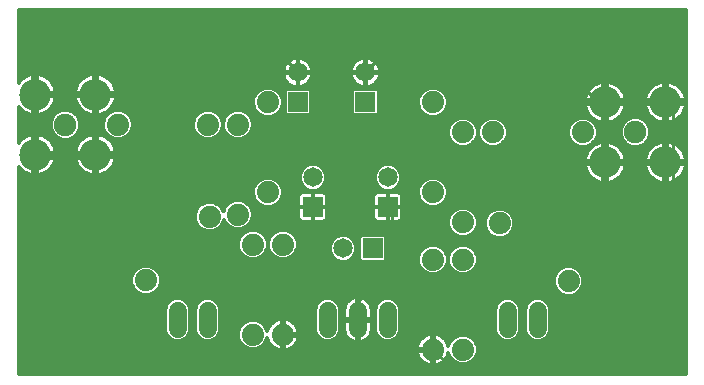
<source format=gbl>
G75*
%MOIN*%
%OFA0B0*%
%FSLAX25Y25*%
%IPPOS*%
%LPD*%
%AMOC8*
5,1,8,0,0,1.08239X$1,22.5*
%
%ADD10R,0.06500X0.06500*%
%ADD11C,0.06500*%
%ADD12C,0.07400*%
%ADD13C,0.07500*%
%ADD14C,0.10500*%
%ADD15C,0.05937*%
%ADD16C,0.16000*%
%ADD17C,0.01000*%
%ADD18C,0.01200*%
D10*
X0101600Y0059179D03*
X0121521Y0045350D03*
X0126600Y0059179D03*
X0119100Y0094179D03*
X0096600Y0094179D03*
D11*
X0096600Y0104021D03*
X0119100Y0104021D03*
X0126600Y0069021D03*
X0101600Y0069021D03*
X0111679Y0045350D03*
D12*
X0091600Y0046600D03*
X0081600Y0046600D03*
X0067207Y0055957D03*
X0076600Y0056600D03*
X0086600Y0064100D03*
X0076600Y0086600D03*
X0066600Y0086600D03*
X0086600Y0094100D03*
X0036600Y0086600D03*
X0045993Y0034743D03*
X0081600Y0016600D03*
X0091600Y0016600D03*
X0141600Y0011600D03*
X0151600Y0011600D03*
X0186857Y0034478D03*
X0163843Y0053722D03*
X0151600Y0054100D03*
X0141600Y0064100D03*
X0151600Y0084100D03*
X0161600Y0084100D03*
X0141600Y0094100D03*
X0191600Y0084100D03*
X0151600Y0041600D03*
X0141600Y0041600D03*
D13*
X0209100Y0084100D03*
X0019100Y0086600D03*
D14*
X0009061Y0076561D03*
X0029139Y0076561D03*
X0029139Y0096639D03*
X0009061Y0096639D03*
X0199061Y0094139D03*
X0219139Y0094139D03*
X0219139Y0074061D03*
X0199061Y0074061D03*
D15*
X0176600Y0024569D02*
X0176600Y0018631D01*
X0166600Y0018631D02*
X0166600Y0024569D01*
X0126600Y0024569D02*
X0126600Y0018631D01*
X0116600Y0018631D02*
X0116600Y0024569D01*
X0106600Y0024569D02*
X0106600Y0018631D01*
X0066600Y0018631D02*
X0066600Y0024569D01*
X0056600Y0024569D02*
X0056600Y0018631D01*
D16*
X0019317Y0015380D03*
X0058687Y0113805D03*
X0176797Y0113805D03*
X0216167Y0015380D03*
D17*
X0221600Y0020350D02*
X0206600Y0005350D01*
X0147850Y0005350D01*
X0141600Y0011600D01*
X0116600Y0011600D01*
X0091600Y0011600D01*
X0091600Y0016600D01*
X0091600Y0011600D02*
X0087850Y0011600D01*
X0085350Y0009100D01*
X0025350Y0009100D01*
X0009100Y0025350D01*
X0009100Y0075350D01*
X0009100Y0076600D02*
X0010350Y0075350D01*
X0029100Y0075350D01*
X0009100Y0076600D02*
X0009100Y0096600D01*
X0041600Y0096600D01*
X0059100Y0114100D01*
X0086600Y0114100D01*
X0096600Y0104100D01*
X0119100Y0104100D01*
X0129100Y0114100D01*
X0176600Y0114100D01*
X0196600Y0094100D01*
X0221600Y0094100D01*
X0221600Y0074100D01*
X0221600Y0020350D01*
X0127850Y0039100D02*
X0127850Y0057850D01*
X0126600Y0059100D01*
X0101600Y0059100D01*
X0127850Y0039100D02*
X0116600Y0027850D01*
X0116600Y0021600D01*
X0116600Y0011600D01*
X0201600Y0074100D02*
X0221600Y0074100D01*
D18*
X0003500Y0072556D02*
X0003500Y0003500D01*
X0225950Y0003500D01*
X0225950Y0073316D01*
X0225872Y0072722D01*
X0225639Y0071854D01*
X0225296Y0071025D01*
X0224847Y0070247D01*
X0224300Y0069535D01*
X0223665Y0068900D01*
X0222953Y0068353D01*
X0222175Y0067904D01*
X0221346Y0067561D01*
X0220478Y0067328D01*
X0219739Y0067231D01*
X0219739Y0073461D01*
X0219739Y0074661D01*
X0225950Y0074661D01*
X0225950Y0073461D01*
X0219739Y0073461D01*
X0218539Y0073461D01*
X0218539Y0067231D01*
X0217800Y0067328D01*
X0216932Y0067561D01*
X0216103Y0067904D01*
X0215325Y0068353D01*
X0214613Y0068900D01*
X0213978Y0069535D01*
X0213431Y0070247D01*
X0212982Y0071025D01*
X0212639Y0071854D01*
X0212406Y0072722D01*
X0212309Y0073461D01*
X0218539Y0073461D01*
X0218539Y0074661D01*
X0218539Y0080891D01*
X0217800Y0080794D01*
X0216932Y0080561D01*
X0216103Y0080218D01*
X0215325Y0079769D01*
X0214613Y0079222D01*
X0213978Y0078587D01*
X0213431Y0077875D01*
X0212982Y0077097D01*
X0212639Y0076268D01*
X0212406Y0075400D01*
X0212309Y0074661D01*
X0218539Y0074661D01*
X0219739Y0074661D01*
X0219739Y0080891D01*
X0220478Y0080794D01*
X0221346Y0080561D01*
X0222175Y0080218D01*
X0222953Y0079769D01*
X0223665Y0079222D01*
X0224300Y0078587D01*
X0224847Y0077875D01*
X0225296Y0077097D01*
X0225639Y0076268D01*
X0225872Y0075400D01*
X0225950Y0074806D01*
X0225950Y0093394D01*
X0225872Y0092800D01*
X0225639Y0091932D01*
X0225296Y0091103D01*
X0224847Y0090325D01*
X0224300Y0089613D01*
X0223665Y0088978D01*
X0222953Y0088431D01*
X0222175Y0087982D01*
X0221346Y0087639D01*
X0220478Y0087406D01*
X0219739Y0087309D01*
X0219739Y0093539D01*
X0219739Y0094739D01*
X0218539Y0094739D01*
X0218539Y0100969D01*
X0217800Y0100872D01*
X0216932Y0100639D01*
X0216103Y0100296D01*
X0215325Y0099847D01*
X0214613Y0099300D01*
X0213978Y0098665D01*
X0213431Y0097953D01*
X0212982Y0097175D01*
X0212639Y0096346D01*
X0212406Y0095478D01*
X0212309Y0094739D01*
X0218539Y0094739D01*
X0218539Y0093539D01*
X0219739Y0093539D01*
X0225950Y0093539D01*
X0225950Y0094739D01*
X0219739Y0094739D01*
X0219739Y0100969D01*
X0220478Y0100872D01*
X0221346Y0100639D01*
X0222175Y0100296D01*
X0222953Y0099847D01*
X0223665Y0099300D01*
X0224300Y0098665D01*
X0224847Y0097953D01*
X0225296Y0097175D01*
X0225639Y0096346D01*
X0225872Y0095478D01*
X0225950Y0094884D01*
X0225950Y0124700D01*
X0003500Y0124700D01*
X0003500Y0100644D01*
X0003900Y0101165D01*
X0004535Y0101800D01*
X0005247Y0102347D01*
X0006025Y0102796D01*
X0006854Y0103139D01*
X0007722Y0103372D01*
X0008461Y0103469D01*
X0008461Y0097239D01*
X0009661Y0097239D01*
X0009661Y0103469D01*
X0010400Y0103372D01*
X0011268Y0103139D01*
X0012097Y0102796D01*
X0012875Y0102347D01*
X0013587Y0101800D01*
X0014222Y0101165D01*
X0014769Y0100453D01*
X0015218Y0099675D01*
X0015561Y0098846D01*
X0015794Y0097978D01*
X0015891Y0097239D01*
X0009661Y0097239D01*
X0009661Y0096039D01*
X0015891Y0096039D01*
X0015794Y0095300D01*
X0015561Y0094432D01*
X0015218Y0093603D01*
X0014769Y0092825D01*
X0014222Y0092113D01*
X0013587Y0091478D01*
X0012875Y0090931D01*
X0012097Y0090482D01*
X0011268Y0090139D01*
X0010400Y0089906D01*
X0009661Y0089809D01*
X0009661Y0096039D01*
X0008461Y0096039D01*
X0008461Y0089809D01*
X0007722Y0089906D01*
X0006854Y0090139D01*
X0006025Y0090482D01*
X0005247Y0090931D01*
X0004535Y0091478D01*
X0003900Y0092113D01*
X0003500Y0092634D01*
X0003500Y0080566D01*
X0003900Y0081087D01*
X0004535Y0081722D01*
X0005247Y0082269D01*
X0006025Y0082718D01*
X0006854Y0083061D01*
X0007722Y0083294D01*
X0008461Y0083391D01*
X0008461Y0077161D01*
X0009661Y0077161D01*
X0009661Y0083391D01*
X0010400Y0083294D01*
X0011268Y0083061D01*
X0012097Y0082718D01*
X0012875Y0082269D01*
X0013587Y0081722D01*
X0014222Y0081087D01*
X0014769Y0080375D01*
X0015218Y0079597D01*
X0015561Y0078768D01*
X0015794Y0077900D01*
X0015891Y0077161D01*
X0009661Y0077161D01*
X0009661Y0075961D01*
X0009661Y0069731D01*
X0010400Y0069828D01*
X0011268Y0070061D01*
X0012097Y0070404D01*
X0012875Y0070853D01*
X0013587Y0071400D01*
X0014222Y0072035D01*
X0014769Y0072747D01*
X0015218Y0073525D01*
X0015561Y0074354D01*
X0015794Y0075222D01*
X0015891Y0075961D01*
X0009661Y0075961D01*
X0008461Y0075961D01*
X0008461Y0069731D01*
X0007722Y0069828D01*
X0006854Y0070061D01*
X0006025Y0070404D01*
X0005247Y0070853D01*
X0004535Y0071400D01*
X0003900Y0072035D01*
X0003500Y0072556D01*
X0003500Y0072312D02*
X0003687Y0072312D01*
X0003500Y0071114D02*
X0004908Y0071114D01*
X0003500Y0069915D02*
X0007397Y0069915D01*
X0008461Y0069915D02*
X0009661Y0069915D01*
X0010725Y0069915D02*
X0027475Y0069915D01*
X0027800Y0069828D02*
X0026932Y0070061D01*
X0026103Y0070404D01*
X0025325Y0070853D01*
X0024613Y0071400D01*
X0023978Y0072035D01*
X0023431Y0072747D01*
X0022982Y0073525D01*
X0022639Y0074354D01*
X0022406Y0075222D01*
X0022309Y0075961D01*
X0028539Y0075961D01*
X0029739Y0075961D01*
X0029739Y0077161D01*
X0035969Y0077161D01*
X0035872Y0077900D01*
X0035639Y0078768D01*
X0035296Y0079597D01*
X0034847Y0080375D01*
X0034300Y0081087D01*
X0033665Y0081722D01*
X0032953Y0082269D01*
X0032175Y0082718D01*
X0031346Y0083061D01*
X0030478Y0083294D01*
X0029739Y0083391D01*
X0029739Y0077161D01*
X0028539Y0077161D01*
X0028539Y0083391D01*
X0027800Y0083294D01*
X0026932Y0083061D01*
X0026103Y0082718D01*
X0025325Y0082269D01*
X0024613Y0081722D01*
X0023978Y0081087D01*
X0023431Y0080375D01*
X0022982Y0079597D01*
X0022639Y0078768D01*
X0022406Y0077900D01*
X0022309Y0077161D01*
X0028539Y0077161D01*
X0028539Y0075961D01*
X0028539Y0069731D01*
X0027800Y0069828D01*
X0028539Y0069915D02*
X0029739Y0069915D01*
X0029739Y0069731D02*
X0030478Y0069828D01*
X0031346Y0070061D01*
X0032175Y0070404D01*
X0032953Y0070853D01*
X0033665Y0071400D01*
X0034300Y0072035D01*
X0034847Y0072747D01*
X0035296Y0073525D01*
X0035639Y0074354D01*
X0035872Y0075222D01*
X0035969Y0075961D01*
X0029739Y0075961D01*
X0029739Y0069731D01*
X0030803Y0069915D02*
X0097154Y0069915D01*
X0097150Y0069906D02*
X0097150Y0068136D01*
X0097827Y0066501D01*
X0099079Y0065249D01*
X0100715Y0064571D01*
X0102485Y0064571D01*
X0104121Y0065249D01*
X0105373Y0066501D01*
X0106050Y0068136D01*
X0106050Y0069906D01*
X0105373Y0071542D01*
X0104121Y0072794D01*
X0102485Y0073471D01*
X0100715Y0073471D01*
X0099079Y0072794D01*
X0097827Y0071542D01*
X0097150Y0069906D01*
X0097150Y0068717D02*
X0088259Y0068717D01*
X0087575Y0069000D02*
X0085625Y0069000D01*
X0083824Y0068254D01*
X0082446Y0066876D01*
X0081700Y0065075D01*
X0081700Y0063125D01*
X0082446Y0061324D01*
X0083824Y0059946D01*
X0085625Y0059200D01*
X0087575Y0059200D01*
X0089376Y0059946D01*
X0090754Y0061324D01*
X0091500Y0063125D01*
X0091500Y0065075D01*
X0090754Y0066876D01*
X0089376Y0068254D01*
X0087575Y0069000D01*
X0084941Y0068717D02*
X0003500Y0068717D01*
X0003500Y0067518D02*
X0083088Y0067518D01*
X0082216Y0066320D02*
X0003500Y0066320D01*
X0003500Y0065121D02*
X0081719Y0065121D01*
X0081700Y0063923D02*
X0003500Y0063923D01*
X0003500Y0062724D02*
X0081866Y0062724D01*
X0082363Y0061526D02*
X0003500Y0061526D01*
X0003500Y0060327D02*
X0064954Y0060327D01*
X0064431Y0060111D02*
X0066232Y0060857D01*
X0068181Y0060857D01*
X0069982Y0060111D01*
X0071361Y0058732D01*
X0071770Y0057744D01*
X0072446Y0059376D01*
X0073824Y0060754D01*
X0075625Y0061500D01*
X0077575Y0061500D01*
X0079376Y0060754D01*
X0080754Y0059376D01*
X0081500Y0057575D01*
X0081500Y0055625D01*
X0080754Y0053824D01*
X0079376Y0052446D01*
X0077575Y0051700D01*
X0075625Y0051700D01*
X0073824Y0052446D01*
X0072446Y0053824D01*
X0072037Y0054813D01*
X0071361Y0053181D01*
X0069982Y0051803D01*
X0068181Y0051057D01*
X0066232Y0051057D01*
X0064431Y0051803D01*
X0063053Y0053181D01*
X0062307Y0054982D01*
X0062307Y0056931D01*
X0063053Y0058732D01*
X0064431Y0060111D01*
X0063449Y0059129D02*
X0003500Y0059129D01*
X0003500Y0057930D02*
X0062720Y0057930D01*
X0062307Y0056732D02*
X0003500Y0056732D01*
X0003500Y0055533D02*
X0062307Y0055533D01*
X0062575Y0054334D02*
X0003500Y0054334D01*
X0003500Y0053136D02*
X0063098Y0053136D01*
X0064296Y0051937D02*
X0003500Y0051937D01*
X0003500Y0050739D02*
X0078809Y0050739D01*
X0078824Y0050754D02*
X0077446Y0049376D01*
X0076700Y0047575D01*
X0076700Y0045625D01*
X0077446Y0043824D01*
X0078824Y0042446D01*
X0080625Y0041700D01*
X0082575Y0041700D01*
X0084376Y0042446D01*
X0085754Y0043824D01*
X0086500Y0045625D01*
X0086500Y0047575D01*
X0085754Y0049376D01*
X0084376Y0050754D01*
X0082575Y0051500D01*
X0080625Y0051500D01*
X0078824Y0050754D01*
X0078148Y0051937D02*
X0147192Y0051937D01*
X0147446Y0051324D02*
X0148824Y0049946D01*
X0150625Y0049200D01*
X0152575Y0049200D01*
X0154376Y0049946D01*
X0155754Y0051324D01*
X0156500Y0053125D01*
X0156500Y0055075D01*
X0155754Y0056876D01*
X0154376Y0058254D01*
X0152575Y0059000D01*
X0150625Y0059000D01*
X0148824Y0058254D01*
X0147446Y0056876D01*
X0146700Y0055075D01*
X0146700Y0053125D01*
X0147446Y0051324D01*
X0148031Y0050739D02*
X0094391Y0050739D01*
X0094376Y0050754D02*
X0092575Y0051500D01*
X0090625Y0051500D01*
X0088824Y0050754D01*
X0087446Y0049376D01*
X0086700Y0047575D01*
X0086700Y0045625D01*
X0087446Y0043824D01*
X0088824Y0042446D01*
X0090625Y0041700D01*
X0092575Y0041700D01*
X0094376Y0042446D01*
X0095754Y0043824D01*
X0096500Y0045625D01*
X0096500Y0047575D01*
X0095754Y0049376D01*
X0094376Y0050754D01*
X0095589Y0049540D02*
X0110167Y0049540D01*
X0110794Y0049800D02*
X0109158Y0049123D01*
X0107906Y0047871D01*
X0107229Y0046235D01*
X0107229Y0044465D01*
X0107906Y0042829D01*
X0109158Y0041577D01*
X0110794Y0040900D01*
X0112564Y0040900D01*
X0114199Y0041577D01*
X0115451Y0042829D01*
X0116129Y0044465D01*
X0116129Y0046235D01*
X0115451Y0047871D01*
X0114199Y0049123D01*
X0112564Y0049800D01*
X0110794Y0049800D01*
X0113190Y0049540D02*
X0117515Y0049540D01*
X0117774Y0049800D02*
X0117071Y0049097D01*
X0117071Y0041603D01*
X0117774Y0040900D01*
X0125268Y0040900D01*
X0125971Y0041603D01*
X0125971Y0049097D01*
X0125268Y0049800D01*
X0117774Y0049800D01*
X0117071Y0048342D02*
X0114980Y0048342D01*
X0115753Y0047143D02*
X0117071Y0047143D01*
X0117071Y0045945D02*
X0116129Y0045945D01*
X0116129Y0044746D02*
X0117071Y0044746D01*
X0117071Y0043548D02*
X0115749Y0043548D01*
X0114971Y0042349D02*
X0117071Y0042349D01*
X0117523Y0041151D02*
X0113170Y0041151D01*
X0110188Y0041151D02*
X0003500Y0041151D01*
X0003500Y0042349D02*
X0079058Y0042349D01*
X0077722Y0043548D02*
X0003500Y0043548D01*
X0003500Y0044746D02*
X0077064Y0044746D01*
X0076700Y0045945D02*
X0003500Y0045945D01*
X0003500Y0047143D02*
X0076700Y0047143D01*
X0077018Y0048342D02*
X0003500Y0048342D01*
X0003500Y0049540D02*
X0077611Y0049540D01*
X0075052Y0051937D02*
X0070117Y0051937D01*
X0071316Y0053136D02*
X0073134Y0053136D01*
X0072235Y0054334D02*
X0071838Y0054334D01*
X0071847Y0057930D02*
X0071693Y0057930D01*
X0072344Y0059129D02*
X0070964Y0059129D01*
X0069460Y0060327D02*
X0073397Y0060327D01*
X0079803Y0060327D02*
X0083443Y0060327D01*
X0080856Y0059129D02*
X0101511Y0059129D01*
X0101511Y0059090D02*
X0096750Y0059090D01*
X0096750Y0055718D01*
X0096859Y0055311D01*
X0097070Y0054946D01*
X0097368Y0054648D01*
X0097732Y0054438D01*
X0098139Y0054329D01*
X0101511Y0054329D01*
X0101511Y0059090D01*
X0101511Y0059268D01*
X0101511Y0064029D01*
X0098139Y0064029D01*
X0097732Y0063920D01*
X0097368Y0063709D01*
X0097070Y0063411D01*
X0096859Y0063046D01*
X0096750Y0062639D01*
X0096750Y0059268D01*
X0101511Y0059268D01*
X0101689Y0059268D01*
X0101689Y0064029D01*
X0105061Y0064029D01*
X0105468Y0063920D01*
X0105832Y0063709D01*
X0106130Y0063411D01*
X0106341Y0063046D01*
X0106450Y0062639D01*
X0106450Y0059268D01*
X0101689Y0059268D01*
X0101689Y0059090D01*
X0106450Y0059090D01*
X0106450Y0055718D01*
X0106341Y0055311D01*
X0106130Y0054946D01*
X0105832Y0054648D01*
X0105468Y0054438D01*
X0105061Y0054329D01*
X0101689Y0054329D01*
X0101689Y0059090D01*
X0101511Y0059090D01*
X0101689Y0059129D02*
X0126511Y0059129D01*
X0126511Y0059090D02*
X0121750Y0059090D01*
X0121750Y0055718D01*
X0121859Y0055311D01*
X0122070Y0054946D01*
X0122368Y0054648D01*
X0122732Y0054438D01*
X0123139Y0054329D01*
X0126511Y0054329D01*
X0126511Y0059090D01*
X0126511Y0059268D01*
X0126511Y0064029D01*
X0123139Y0064029D01*
X0122732Y0063920D01*
X0122368Y0063709D01*
X0122070Y0063411D01*
X0121859Y0063046D01*
X0121750Y0062639D01*
X0121750Y0059268D01*
X0126511Y0059268D01*
X0126689Y0059268D01*
X0126689Y0064029D01*
X0130061Y0064029D01*
X0130468Y0063920D01*
X0130832Y0063709D01*
X0131130Y0063411D01*
X0131341Y0063046D01*
X0131450Y0062639D01*
X0131450Y0059268D01*
X0126689Y0059268D01*
X0126689Y0059090D01*
X0131450Y0059090D01*
X0131450Y0055718D01*
X0131341Y0055311D01*
X0131130Y0054946D01*
X0130832Y0054648D01*
X0130468Y0054438D01*
X0130061Y0054329D01*
X0126689Y0054329D01*
X0126689Y0059090D01*
X0126511Y0059090D01*
X0126689Y0059129D02*
X0225950Y0059129D01*
X0225950Y0060327D02*
X0144757Y0060327D01*
X0144376Y0059946D02*
X0145754Y0061324D01*
X0146500Y0063125D01*
X0146500Y0065075D01*
X0145754Y0066876D01*
X0144376Y0068254D01*
X0142575Y0069000D01*
X0140625Y0069000D01*
X0138824Y0068254D01*
X0137446Y0066876D01*
X0136700Y0065075D01*
X0136700Y0063125D01*
X0137446Y0061324D01*
X0138824Y0059946D01*
X0140625Y0059200D01*
X0142575Y0059200D01*
X0144376Y0059946D01*
X0145837Y0061526D02*
X0225950Y0061526D01*
X0225950Y0062724D02*
X0146334Y0062724D01*
X0146500Y0063923D02*
X0225950Y0063923D01*
X0225950Y0065121D02*
X0146481Y0065121D01*
X0145984Y0066320D02*
X0225950Y0066320D01*
X0225950Y0067518D02*
X0221187Y0067518D01*
X0219739Y0067518D02*
X0218539Y0067518D01*
X0218539Y0068717D02*
X0219739Y0068717D01*
X0219739Y0069915D02*
X0218539Y0069915D01*
X0218539Y0071114D02*
X0219739Y0071114D01*
X0219739Y0072312D02*
X0218539Y0072312D01*
X0218539Y0073511D02*
X0199661Y0073511D01*
X0199661Y0073461D02*
X0199661Y0074661D01*
X0205891Y0074661D01*
X0205794Y0075400D01*
X0205561Y0076268D01*
X0205218Y0077097D01*
X0204769Y0077875D01*
X0204222Y0078587D01*
X0203587Y0079222D01*
X0202875Y0079769D01*
X0202097Y0080218D01*
X0201268Y0080561D01*
X0200400Y0080794D01*
X0199661Y0080891D01*
X0199661Y0074661D01*
X0198461Y0074661D01*
X0198461Y0073461D01*
X0199661Y0073461D01*
X0199661Y0067231D01*
X0200400Y0067328D01*
X0201268Y0067561D01*
X0202097Y0067904D01*
X0202875Y0068353D01*
X0203587Y0068900D01*
X0204222Y0069535D01*
X0204769Y0070247D01*
X0205218Y0071025D01*
X0205561Y0071854D01*
X0205794Y0072722D01*
X0205891Y0073461D01*
X0199661Y0073461D01*
X0199661Y0072312D02*
X0198461Y0072312D01*
X0198461Y0073461D02*
X0198461Y0067231D01*
X0197722Y0067328D01*
X0196854Y0067561D01*
X0196025Y0067904D01*
X0195247Y0068353D01*
X0194535Y0068900D01*
X0193900Y0069535D01*
X0193353Y0070247D01*
X0192904Y0071025D01*
X0192561Y0071854D01*
X0192328Y0072722D01*
X0192231Y0073461D01*
X0198461Y0073461D01*
X0198461Y0073511D02*
X0035288Y0073511D01*
X0035734Y0074709D02*
X0192237Y0074709D01*
X0192231Y0074661D02*
X0198461Y0074661D01*
X0198461Y0080891D01*
X0197722Y0080794D01*
X0196854Y0080561D01*
X0196025Y0080218D01*
X0195247Y0079769D01*
X0194535Y0079222D01*
X0193900Y0078587D01*
X0193353Y0077875D01*
X0192904Y0077097D01*
X0192561Y0076268D01*
X0192328Y0075400D01*
X0192231Y0074661D01*
X0192464Y0075908D02*
X0035962Y0075908D01*
X0035763Y0078305D02*
X0193683Y0078305D01*
X0193307Y0079503D02*
X0194901Y0079503D01*
X0194376Y0079946D02*
X0195754Y0081324D01*
X0196500Y0083125D01*
X0196500Y0085075D01*
X0195754Y0086876D01*
X0194376Y0088254D01*
X0192575Y0089000D01*
X0190625Y0089000D01*
X0188824Y0088254D01*
X0187446Y0086876D01*
X0186700Y0085075D01*
X0186700Y0083125D01*
X0187446Y0081324D01*
X0188824Y0079946D01*
X0190625Y0079200D01*
X0192575Y0079200D01*
X0194376Y0079946D01*
X0195131Y0080702D02*
X0197378Y0080702D01*
X0198461Y0080702D02*
X0199661Y0080702D01*
X0200744Y0080702D02*
X0205498Y0080702D01*
X0204904Y0081296D02*
X0206296Y0079904D01*
X0208115Y0079150D01*
X0210085Y0079150D01*
X0211904Y0079904D01*
X0213296Y0081296D01*
X0214050Y0083115D01*
X0214050Y0085085D01*
X0213296Y0086904D01*
X0211904Y0088296D01*
X0210085Y0089050D01*
X0208115Y0089050D01*
X0206296Y0088296D01*
X0204904Y0086904D01*
X0204150Y0085085D01*
X0204150Y0083115D01*
X0204904Y0081296D01*
X0204653Y0081900D02*
X0195993Y0081900D01*
X0196489Y0083099D02*
X0204157Y0083099D01*
X0204150Y0084297D02*
X0196500Y0084297D01*
X0196326Y0085496D02*
X0204320Y0085496D01*
X0204817Y0086694D02*
X0195829Y0086694D01*
X0196241Y0087893D02*
X0194737Y0087893D01*
X0195247Y0088431D02*
X0194535Y0088978D01*
X0193900Y0089613D01*
X0193353Y0090325D01*
X0192904Y0091103D01*
X0192561Y0091932D01*
X0192328Y0092800D01*
X0192231Y0093539D01*
X0198461Y0093539D01*
X0198461Y0094739D01*
X0198461Y0100969D01*
X0197722Y0100872D01*
X0196854Y0100639D01*
X0196025Y0100296D01*
X0195247Y0099847D01*
X0194535Y0099300D01*
X0193900Y0098665D01*
X0193353Y0097953D01*
X0192904Y0097175D01*
X0192561Y0096346D01*
X0192328Y0095478D01*
X0192231Y0094739D01*
X0198461Y0094739D01*
X0199661Y0094739D01*
X0199661Y0100969D01*
X0200400Y0100872D01*
X0201268Y0100639D01*
X0202097Y0100296D01*
X0202875Y0099847D01*
X0203587Y0099300D01*
X0204222Y0098665D01*
X0204769Y0097953D01*
X0205218Y0097175D01*
X0205561Y0096346D01*
X0205794Y0095478D01*
X0205891Y0094739D01*
X0199661Y0094739D01*
X0199661Y0093539D01*
X0205891Y0093539D01*
X0205794Y0092800D01*
X0205561Y0091932D01*
X0205218Y0091103D01*
X0204769Y0090325D01*
X0204222Y0089613D01*
X0203587Y0088978D01*
X0202875Y0088431D01*
X0202097Y0087982D01*
X0201268Y0087639D01*
X0200400Y0087406D01*
X0199661Y0087309D01*
X0199661Y0093539D01*
X0198461Y0093539D01*
X0198461Y0087309D01*
X0197722Y0087406D01*
X0196854Y0087639D01*
X0196025Y0087982D01*
X0195247Y0088431D01*
X0194421Y0089091D02*
X0080872Y0089091D01*
X0080754Y0089376D02*
X0079376Y0090754D01*
X0077575Y0091500D01*
X0075625Y0091500D01*
X0073824Y0090754D01*
X0072446Y0089376D01*
X0071700Y0087575D01*
X0071700Y0085625D01*
X0072446Y0083824D01*
X0073824Y0082446D01*
X0075625Y0081700D01*
X0077575Y0081700D01*
X0079376Y0082446D01*
X0080754Y0083824D01*
X0081500Y0085625D01*
X0081500Y0087575D01*
X0080754Y0089376D01*
X0079840Y0090290D02*
X0083481Y0090290D01*
X0083824Y0089946D02*
X0085625Y0089200D01*
X0087575Y0089200D01*
X0089376Y0089946D01*
X0090754Y0091324D01*
X0091500Y0093125D01*
X0091500Y0095075D01*
X0090754Y0096876D01*
X0089376Y0098254D01*
X0087575Y0099000D01*
X0085625Y0099000D01*
X0083824Y0098254D01*
X0082446Y0096876D01*
X0081700Y0095075D01*
X0081700Y0093125D01*
X0082446Y0091324D01*
X0083824Y0089946D01*
X0082378Y0091488D02*
X0077603Y0091488D01*
X0075597Y0091488D02*
X0067603Y0091488D01*
X0067575Y0091500D02*
X0065625Y0091500D01*
X0063824Y0090754D01*
X0062446Y0089376D01*
X0061700Y0087575D01*
X0061700Y0085625D01*
X0062446Y0083824D01*
X0063824Y0082446D01*
X0065625Y0081700D01*
X0067575Y0081700D01*
X0069376Y0082446D01*
X0070754Y0083824D01*
X0071500Y0085625D01*
X0071500Y0087575D01*
X0070754Y0089376D01*
X0069376Y0090754D01*
X0067575Y0091500D01*
X0065597Y0091488D02*
X0037603Y0091488D01*
X0037575Y0091500D02*
X0035625Y0091500D01*
X0033824Y0090754D01*
X0032446Y0089376D01*
X0031700Y0087575D01*
X0031700Y0085625D01*
X0032446Y0083824D01*
X0033824Y0082446D01*
X0035625Y0081700D01*
X0037575Y0081700D01*
X0039376Y0082446D01*
X0040754Y0083824D01*
X0041500Y0085625D01*
X0041500Y0087575D01*
X0040754Y0089376D01*
X0039376Y0090754D01*
X0037575Y0091500D01*
X0035597Y0091488D02*
X0033676Y0091488D01*
X0033665Y0091478D02*
X0034300Y0092113D01*
X0034847Y0092825D01*
X0035296Y0093603D01*
X0035639Y0094432D01*
X0035872Y0095300D01*
X0035969Y0096039D01*
X0029739Y0096039D01*
X0029739Y0097239D01*
X0035969Y0097239D01*
X0035872Y0097978D01*
X0035639Y0098846D01*
X0035296Y0099675D01*
X0034847Y0100453D01*
X0034300Y0101165D01*
X0033665Y0101800D01*
X0032953Y0102347D01*
X0032175Y0102796D01*
X0031346Y0103139D01*
X0030478Y0103372D01*
X0029739Y0103469D01*
X0029739Y0097239D01*
X0028539Y0097239D01*
X0028539Y0103469D01*
X0027800Y0103372D01*
X0026932Y0103139D01*
X0026103Y0102796D01*
X0025325Y0102347D01*
X0024613Y0101800D01*
X0023978Y0101165D01*
X0023431Y0100453D01*
X0022982Y0099675D01*
X0022639Y0098846D01*
X0022406Y0097978D01*
X0022309Y0097239D01*
X0028539Y0097239D01*
X0028539Y0096039D01*
X0029739Y0096039D01*
X0029739Y0089809D01*
X0030478Y0089906D01*
X0031346Y0090139D01*
X0032175Y0090482D01*
X0032953Y0090931D01*
X0033665Y0091478D01*
X0033360Y0090290D02*
X0031711Y0090290D01*
X0032328Y0089091D02*
X0023426Y0089091D01*
X0023296Y0089404D02*
X0021904Y0090796D01*
X0020085Y0091550D01*
X0018115Y0091550D01*
X0016296Y0090796D01*
X0014904Y0089404D01*
X0014150Y0087585D01*
X0014150Y0085615D01*
X0014904Y0083796D01*
X0016296Y0082404D01*
X0018115Y0081650D01*
X0020085Y0081650D01*
X0021904Y0082404D01*
X0023296Y0083796D01*
X0024050Y0085615D01*
X0024050Y0087585D01*
X0023296Y0089404D01*
X0022410Y0090290D02*
X0026567Y0090290D01*
X0026932Y0090139D02*
X0027800Y0089906D01*
X0028539Y0089809D01*
X0028539Y0096039D01*
X0022309Y0096039D01*
X0022406Y0095300D01*
X0022639Y0094432D01*
X0022982Y0093603D01*
X0023431Y0092825D01*
X0023978Y0092113D01*
X0024613Y0091478D01*
X0025325Y0090931D01*
X0026103Y0090482D01*
X0026932Y0090139D01*
X0028539Y0090290D02*
X0029739Y0090290D01*
X0029739Y0091488D02*
X0028539Y0091488D01*
X0028539Y0092687D02*
X0029739Y0092687D01*
X0029739Y0093885D02*
X0028539Y0093885D01*
X0028539Y0095084D02*
X0029739Y0095084D01*
X0029739Y0096282D02*
X0082200Y0096282D01*
X0081704Y0095084D02*
X0035814Y0095084D01*
X0035413Y0093885D02*
X0081700Y0093885D01*
X0081882Y0092687D02*
X0034741Y0092687D01*
X0039840Y0090290D02*
X0063360Y0090290D01*
X0062328Y0089091D02*
X0040872Y0089091D01*
X0041368Y0087893D02*
X0061832Y0087893D01*
X0061700Y0086694D02*
X0041500Y0086694D01*
X0041446Y0085496D02*
X0061754Y0085496D01*
X0062250Y0084297D02*
X0040950Y0084297D01*
X0040028Y0083099D02*
X0063172Y0083099D01*
X0065142Y0081900D02*
X0038058Y0081900D01*
X0035142Y0081900D02*
X0033433Y0081900D01*
X0033172Y0083099D02*
X0031206Y0083099D01*
X0029739Y0083099D02*
X0028539Y0083099D01*
X0028539Y0081900D02*
X0029739Y0081900D01*
X0029739Y0080702D02*
X0028539Y0080702D01*
X0028539Y0079503D02*
X0029739Y0079503D01*
X0029739Y0078305D02*
X0028539Y0078305D01*
X0028539Y0077106D02*
X0009661Y0077106D01*
X0009661Y0075908D02*
X0008461Y0075908D01*
X0008461Y0074709D02*
X0009661Y0074709D01*
X0009661Y0073511D02*
X0008461Y0073511D01*
X0008461Y0072312D02*
X0009661Y0072312D01*
X0009661Y0071114D02*
X0008461Y0071114D01*
X0013214Y0071114D02*
X0024986Y0071114D01*
X0023765Y0072312D02*
X0014435Y0072312D01*
X0015210Y0073511D02*
X0022990Y0073511D01*
X0022544Y0074709D02*
X0015656Y0074709D01*
X0015884Y0075908D02*
X0022316Y0075908D01*
X0022515Y0078305D02*
X0015685Y0078305D01*
X0015257Y0079503D02*
X0022943Y0079503D01*
X0023682Y0080702D02*
X0014518Y0080702D01*
X0013355Y0081900D02*
X0017511Y0081900D01*
X0015601Y0083099D02*
X0011128Y0083099D01*
X0009661Y0083099D02*
X0008461Y0083099D01*
X0008461Y0081900D02*
X0009661Y0081900D01*
X0009661Y0080702D02*
X0008461Y0080702D01*
X0008461Y0079503D02*
X0009661Y0079503D01*
X0009661Y0078305D02*
X0008461Y0078305D01*
X0004767Y0081900D02*
X0003500Y0081900D01*
X0003500Y0080702D02*
X0003604Y0080702D01*
X0003500Y0083099D02*
X0006994Y0083099D01*
X0003500Y0084297D02*
X0014696Y0084297D01*
X0014200Y0085496D02*
X0003500Y0085496D01*
X0003500Y0086694D02*
X0014150Y0086694D01*
X0014278Y0087893D02*
X0003500Y0087893D01*
X0003500Y0089091D02*
X0014774Y0089091D01*
X0015789Y0090290D02*
X0011633Y0090290D01*
X0009661Y0090290D02*
X0008461Y0090290D01*
X0008461Y0091488D02*
X0009661Y0091488D01*
X0009661Y0092687D02*
X0008461Y0092687D01*
X0008461Y0093885D02*
X0009661Y0093885D01*
X0009661Y0095084D02*
X0008461Y0095084D01*
X0009661Y0096282D02*
X0028539Y0096282D01*
X0028539Y0097481D02*
X0029739Y0097481D01*
X0029739Y0098679D02*
X0028539Y0098679D01*
X0028539Y0099878D02*
X0029739Y0099878D01*
X0029739Y0101076D02*
X0028539Y0101076D01*
X0028539Y0102275D02*
X0029739Y0102275D01*
X0033046Y0102275D02*
X0092068Y0102275D01*
X0092105Y0102159D02*
X0092452Y0101479D01*
X0092901Y0100862D01*
X0093440Y0100322D01*
X0094058Y0099873D01*
X0094738Y0099527D01*
X0095464Y0099291D01*
X0096218Y0099171D01*
X0096511Y0099171D01*
X0096511Y0103932D01*
X0096689Y0103932D01*
X0096689Y0099171D01*
X0096982Y0099171D01*
X0097736Y0099291D01*
X0098462Y0099527D01*
X0099142Y0099873D01*
X0099760Y0100322D01*
X0100299Y0100862D01*
X0100748Y0101479D01*
X0101095Y0102159D01*
X0101331Y0102886D01*
X0101450Y0103640D01*
X0101450Y0103932D01*
X0096689Y0103932D01*
X0096689Y0104110D01*
X0101450Y0104110D01*
X0101450Y0104403D01*
X0101331Y0105157D01*
X0101095Y0105883D01*
X0100748Y0106563D01*
X0100299Y0107181D01*
X0099760Y0107721D01*
X0099142Y0108169D01*
X0098462Y0108516D01*
X0097736Y0108752D01*
X0096982Y0108871D01*
X0096689Y0108871D01*
X0096689Y0104110D01*
X0096511Y0104110D01*
X0096511Y0103932D01*
X0091750Y0103932D01*
X0091750Y0103640D01*
X0091869Y0102886D01*
X0092105Y0102159D01*
X0092745Y0101076D02*
X0034368Y0101076D01*
X0035179Y0099878D02*
X0094051Y0099878D01*
X0092853Y0098629D02*
X0092150Y0097926D01*
X0092150Y0090432D01*
X0092853Y0089729D01*
X0100347Y0089729D01*
X0101050Y0090432D01*
X0101050Y0097926D01*
X0100347Y0098629D01*
X0092853Y0098629D01*
X0092150Y0097481D02*
X0090149Y0097481D01*
X0091000Y0096282D02*
X0092150Y0096282D01*
X0092150Y0095084D02*
X0091496Y0095084D01*
X0091500Y0093885D02*
X0092150Y0093885D01*
X0092150Y0092687D02*
X0091318Y0092687D01*
X0090822Y0091488D02*
X0092150Y0091488D01*
X0092292Y0090290D02*
X0089719Y0090290D01*
X0081368Y0087893D02*
X0148463Y0087893D01*
X0148824Y0088254D02*
X0147446Y0086876D01*
X0146700Y0085075D01*
X0146700Y0083125D01*
X0147446Y0081324D01*
X0148824Y0079946D01*
X0150625Y0079200D01*
X0152575Y0079200D01*
X0154376Y0079946D01*
X0155754Y0081324D01*
X0156500Y0083125D01*
X0156500Y0085075D01*
X0155754Y0086876D01*
X0154376Y0088254D01*
X0152575Y0089000D01*
X0150625Y0089000D01*
X0148824Y0088254D01*
X0147371Y0086694D02*
X0081500Y0086694D01*
X0081446Y0085496D02*
X0146874Y0085496D01*
X0146700Y0084297D02*
X0080950Y0084297D01*
X0080028Y0083099D02*
X0146711Y0083099D01*
X0147207Y0081900D02*
X0078058Y0081900D01*
X0075142Y0081900D02*
X0068058Y0081900D01*
X0070028Y0083099D02*
X0073172Y0083099D01*
X0072250Y0084297D02*
X0070950Y0084297D01*
X0071446Y0085496D02*
X0071754Y0085496D01*
X0071700Y0086694D02*
X0071500Y0086694D01*
X0071368Y0087893D02*
X0071832Y0087893D01*
X0072328Y0089091D02*
X0070872Y0089091D01*
X0069840Y0090290D02*
X0073360Y0090290D01*
X0083051Y0097481D02*
X0035937Y0097481D01*
X0035684Y0098679D02*
X0084851Y0098679D01*
X0088349Y0098679D02*
X0139851Y0098679D01*
X0140625Y0099000D02*
X0138824Y0098254D01*
X0137446Y0096876D01*
X0136700Y0095075D01*
X0136700Y0093125D01*
X0137446Y0091324D01*
X0138824Y0089946D01*
X0140625Y0089200D01*
X0142575Y0089200D01*
X0144376Y0089946D01*
X0145754Y0091324D01*
X0146500Y0093125D01*
X0146500Y0095075D01*
X0145754Y0096876D01*
X0144376Y0098254D01*
X0142575Y0099000D01*
X0140625Y0099000D01*
X0143349Y0098679D02*
X0193914Y0098679D01*
X0193081Y0097481D02*
X0145149Y0097481D01*
X0146000Y0096282D02*
X0192544Y0096282D01*
X0192276Y0095084D02*
X0146496Y0095084D01*
X0146500Y0093885D02*
X0198461Y0093885D01*
X0198461Y0092687D02*
X0199661Y0092687D01*
X0199661Y0093885D02*
X0218539Y0093885D01*
X0218539Y0093539D02*
X0212309Y0093539D01*
X0212406Y0092800D01*
X0212639Y0091932D01*
X0212982Y0091103D01*
X0213431Y0090325D01*
X0213978Y0089613D01*
X0214613Y0088978D01*
X0215325Y0088431D01*
X0216103Y0087982D01*
X0216932Y0087639D01*
X0217800Y0087406D01*
X0218539Y0087309D01*
X0218539Y0093539D01*
X0218539Y0092687D02*
X0219739Y0092687D01*
X0219739Y0093885D02*
X0225950Y0093885D01*
X0225950Y0092687D02*
X0225842Y0092687D01*
X0225950Y0091488D02*
X0225455Y0091488D01*
X0225950Y0090290D02*
X0224820Y0090290D01*
X0223779Y0089091D02*
X0225950Y0089091D01*
X0225950Y0087893D02*
X0221959Y0087893D01*
X0219739Y0087893D02*
X0218539Y0087893D01*
X0218539Y0089091D02*
X0219739Y0089091D01*
X0219739Y0090290D02*
X0218539Y0090290D01*
X0218539Y0091488D02*
X0219739Y0091488D01*
X0214499Y0089091D02*
X0203701Y0089091D01*
X0204742Y0090290D02*
X0213458Y0090290D01*
X0212823Y0091488D02*
X0205377Y0091488D01*
X0205764Y0092687D02*
X0212436Y0092687D01*
X0212354Y0095084D02*
X0205846Y0095084D01*
X0205578Y0096282D02*
X0212622Y0096282D01*
X0213159Y0097481D02*
X0205041Y0097481D01*
X0204208Y0098679D02*
X0213992Y0098679D01*
X0215379Y0099878D02*
X0202821Y0099878D01*
X0199661Y0099878D02*
X0198461Y0099878D01*
X0198461Y0098679D02*
X0199661Y0098679D01*
X0199661Y0097481D02*
X0198461Y0097481D01*
X0198461Y0096282D02*
X0199661Y0096282D01*
X0199661Y0095084D02*
X0198461Y0095084D01*
X0198461Y0091488D02*
X0199661Y0091488D01*
X0199661Y0090290D02*
X0198461Y0090290D01*
X0198461Y0089091D02*
X0199661Y0089091D01*
X0199661Y0087893D02*
X0198461Y0087893D01*
X0201881Y0087893D02*
X0205892Y0087893D01*
X0212308Y0087893D02*
X0216319Y0087893D01*
X0213383Y0086694D02*
X0225950Y0086694D01*
X0225950Y0085496D02*
X0213880Y0085496D01*
X0214050Y0084297D02*
X0225950Y0084297D01*
X0225950Y0083099D02*
X0214043Y0083099D01*
X0213547Y0081900D02*
X0225950Y0081900D01*
X0225950Y0080702D02*
X0220822Y0080702D01*
X0219739Y0080702D02*
X0218539Y0080702D01*
X0217456Y0080702D02*
X0212702Y0080702D01*
X0210937Y0079503D02*
X0214979Y0079503D01*
X0213761Y0078305D02*
X0204439Y0078305D01*
X0205213Y0077106D02*
X0212987Y0077106D01*
X0212542Y0075908D02*
X0205658Y0075908D01*
X0205885Y0074709D02*
X0212315Y0074709D01*
X0212516Y0072312D02*
X0205684Y0072312D01*
X0205255Y0071114D02*
X0212945Y0071114D01*
X0213686Y0069915D02*
X0204514Y0069915D01*
X0203348Y0068717D02*
X0214852Y0068717D01*
X0217091Y0067518D02*
X0201109Y0067518D01*
X0199661Y0067518D02*
X0198461Y0067518D01*
X0198461Y0068717D02*
X0199661Y0068717D01*
X0199661Y0069915D02*
X0198461Y0069915D01*
X0198461Y0071114D02*
X0199661Y0071114D01*
X0199661Y0074709D02*
X0198461Y0074709D01*
X0198461Y0075908D02*
X0199661Y0075908D01*
X0199661Y0077106D02*
X0198461Y0077106D01*
X0198461Y0078305D02*
X0199661Y0078305D01*
X0199661Y0079503D02*
X0198461Y0079503D01*
X0203221Y0079503D02*
X0207263Y0079503D01*
X0218539Y0079503D02*
X0219739Y0079503D01*
X0219739Y0078305D02*
X0218539Y0078305D01*
X0218539Y0077106D02*
X0219739Y0077106D01*
X0219739Y0075908D02*
X0218539Y0075908D01*
X0218539Y0074709D02*
X0219739Y0074709D01*
X0219739Y0073511D02*
X0225950Y0073511D01*
X0225950Y0072312D02*
X0225762Y0072312D01*
X0225950Y0071114D02*
X0225333Y0071114D01*
X0225950Y0069915D02*
X0224592Y0069915D01*
X0223426Y0068717D02*
X0225950Y0068717D01*
X0225950Y0075908D02*
X0225736Y0075908D01*
X0225950Y0077106D02*
X0225291Y0077106D01*
X0225950Y0078305D02*
X0224517Y0078305D01*
X0223299Y0079503D02*
X0225950Y0079503D01*
X0225924Y0095084D02*
X0225950Y0095084D01*
X0225950Y0096282D02*
X0225656Y0096282D01*
X0225950Y0097481D02*
X0225119Y0097481D01*
X0225950Y0098679D02*
X0224286Y0098679D01*
X0222899Y0099878D02*
X0225950Y0099878D01*
X0225950Y0101076D02*
X0122955Y0101076D01*
X0122799Y0100862D02*
X0123248Y0101479D01*
X0123595Y0102159D01*
X0123831Y0102886D01*
X0123950Y0103640D01*
X0123950Y0103932D01*
X0119189Y0103932D01*
X0119189Y0099171D01*
X0119482Y0099171D01*
X0120236Y0099291D01*
X0120962Y0099527D01*
X0121642Y0099873D01*
X0122260Y0100322D01*
X0122799Y0100862D01*
X0121648Y0099878D02*
X0195301Y0099878D01*
X0192358Y0092687D02*
X0146318Y0092687D01*
X0145822Y0091488D02*
X0192745Y0091488D01*
X0193380Y0090290D02*
X0144719Y0090290D01*
X0138481Y0090290D02*
X0123408Y0090290D01*
X0123550Y0090432D02*
X0123550Y0097926D01*
X0122847Y0098629D01*
X0115353Y0098629D01*
X0114650Y0097926D01*
X0114650Y0090432D01*
X0115353Y0089729D01*
X0122847Y0089729D01*
X0123550Y0090432D01*
X0123550Y0091488D02*
X0137378Y0091488D01*
X0136882Y0092687D02*
X0123550Y0092687D01*
X0123550Y0093885D02*
X0136700Y0093885D01*
X0136704Y0095084D02*
X0123550Y0095084D01*
X0123550Y0096282D02*
X0137200Y0096282D01*
X0138051Y0097481D02*
X0123550Y0097481D01*
X0119011Y0099171D02*
X0119011Y0103932D01*
X0119189Y0103932D01*
X0119189Y0104110D01*
X0123950Y0104110D01*
X0123950Y0104403D01*
X0123831Y0105157D01*
X0123595Y0105883D01*
X0123248Y0106563D01*
X0122799Y0107181D01*
X0122260Y0107721D01*
X0121642Y0108169D01*
X0120962Y0108516D01*
X0120236Y0108752D01*
X0119482Y0108871D01*
X0119189Y0108871D01*
X0119189Y0104110D01*
X0119011Y0104110D01*
X0119011Y0103932D01*
X0114250Y0103932D01*
X0114250Y0103640D01*
X0114369Y0102886D01*
X0114605Y0102159D01*
X0114952Y0101479D01*
X0115401Y0100862D01*
X0115940Y0100322D01*
X0116558Y0099873D01*
X0117238Y0099527D01*
X0117964Y0099291D01*
X0118718Y0099171D01*
X0119011Y0099171D01*
X0119011Y0099878D02*
X0119189Y0099878D01*
X0119189Y0101076D02*
X0119011Y0101076D01*
X0119011Y0102275D02*
X0119189Y0102275D01*
X0119189Y0103473D02*
X0119011Y0103473D01*
X0119011Y0104110D02*
X0114250Y0104110D01*
X0114250Y0104403D01*
X0114369Y0105157D01*
X0114605Y0105883D01*
X0114952Y0106563D01*
X0115401Y0107181D01*
X0115940Y0107721D01*
X0116558Y0108169D01*
X0117238Y0108516D01*
X0117964Y0108752D01*
X0118718Y0108871D01*
X0119011Y0108871D01*
X0119011Y0104110D01*
X0119011Y0104672D02*
X0119189Y0104672D01*
X0119189Y0105870D02*
X0119011Y0105870D01*
X0119011Y0107069D02*
X0119189Y0107069D01*
X0119189Y0108268D02*
X0119011Y0108268D01*
X0116751Y0108268D02*
X0098949Y0108268D01*
X0100381Y0107069D02*
X0115319Y0107069D01*
X0114601Y0105870D02*
X0101099Y0105870D01*
X0101407Y0104672D02*
X0114293Y0104672D01*
X0114276Y0103473D02*
X0101424Y0103473D01*
X0101132Y0102275D02*
X0114568Y0102275D01*
X0115245Y0101076D02*
X0100455Y0101076D01*
X0099148Y0099878D02*
X0116551Y0099878D01*
X0114650Y0097481D02*
X0101050Y0097481D01*
X0101050Y0096282D02*
X0114650Y0096282D01*
X0114650Y0095084D02*
X0101050Y0095084D01*
X0101050Y0093885D02*
X0114650Y0093885D01*
X0114650Y0092687D02*
X0101050Y0092687D01*
X0101050Y0091488D02*
X0114650Y0091488D01*
X0114792Y0090290D02*
X0100908Y0090290D01*
X0096689Y0099878D02*
X0096511Y0099878D01*
X0096511Y0101076D02*
X0096689Y0101076D01*
X0096689Y0102275D02*
X0096511Y0102275D01*
X0096511Y0103473D02*
X0096689Y0103473D01*
X0096511Y0104110D02*
X0091750Y0104110D01*
X0091750Y0104403D01*
X0091869Y0105157D01*
X0092105Y0105883D01*
X0092452Y0106563D01*
X0092901Y0107181D01*
X0093440Y0107721D01*
X0094058Y0108169D01*
X0094738Y0108516D01*
X0095464Y0108752D01*
X0096218Y0108871D01*
X0096511Y0108871D01*
X0096511Y0104110D01*
X0096511Y0104672D02*
X0096689Y0104672D01*
X0096689Y0105870D02*
X0096511Y0105870D01*
X0096511Y0107069D02*
X0096689Y0107069D01*
X0096689Y0108268D02*
X0096511Y0108268D01*
X0094251Y0108268D02*
X0003500Y0108268D01*
X0003500Y0109466D02*
X0225950Y0109466D01*
X0225950Y0108268D02*
X0121449Y0108268D01*
X0122881Y0107069D02*
X0225950Y0107069D01*
X0225950Y0105870D02*
X0123599Y0105870D01*
X0123907Y0104672D02*
X0225950Y0104672D01*
X0225950Y0103473D02*
X0123924Y0103473D01*
X0123632Y0102275D02*
X0225950Y0102275D01*
X0219739Y0099878D02*
X0218539Y0099878D01*
X0218539Y0098679D02*
X0219739Y0098679D01*
X0219739Y0097481D02*
X0218539Y0097481D01*
X0218539Y0096282D02*
X0219739Y0096282D01*
X0219739Y0095084D02*
X0218539Y0095084D01*
X0225950Y0110665D02*
X0003500Y0110665D01*
X0003500Y0111863D02*
X0225950Y0111863D01*
X0225950Y0113062D02*
X0003500Y0113062D01*
X0003500Y0114260D02*
X0225950Y0114260D01*
X0225950Y0115459D02*
X0003500Y0115459D01*
X0003500Y0116657D02*
X0225950Y0116657D01*
X0225950Y0117856D02*
X0003500Y0117856D01*
X0003500Y0119054D02*
X0225950Y0119054D01*
X0225950Y0120253D02*
X0003500Y0120253D01*
X0003500Y0121451D02*
X0225950Y0121451D01*
X0225950Y0122650D02*
X0003500Y0122650D01*
X0003500Y0123848D02*
X0225950Y0123848D01*
X0188463Y0087893D02*
X0164737Y0087893D01*
X0164376Y0088254D02*
X0162575Y0089000D01*
X0160625Y0089000D01*
X0158824Y0088254D01*
X0157446Y0086876D01*
X0156700Y0085075D01*
X0156700Y0083125D01*
X0157446Y0081324D01*
X0158824Y0079946D01*
X0160625Y0079200D01*
X0162575Y0079200D01*
X0164376Y0079946D01*
X0165754Y0081324D01*
X0166500Y0083125D01*
X0166500Y0085075D01*
X0165754Y0086876D01*
X0164376Y0088254D01*
X0165829Y0086694D02*
X0187371Y0086694D01*
X0186874Y0085496D02*
X0166326Y0085496D01*
X0166500Y0084297D02*
X0186700Y0084297D01*
X0186711Y0083099D02*
X0166489Y0083099D01*
X0165993Y0081900D02*
X0187207Y0081900D01*
X0188069Y0080702D02*
X0165131Y0080702D01*
X0163307Y0079503D02*
X0189893Y0079503D01*
X0192909Y0077106D02*
X0029739Y0077106D01*
X0029739Y0075908D02*
X0028539Y0075908D01*
X0028539Y0074709D02*
X0029739Y0074709D01*
X0029739Y0073511D02*
X0028539Y0073511D01*
X0028539Y0072312D02*
X0029739Y0072312D01*
X0029739Y0071114D02*
X0028539Y0071114D01*
X0033292Y0071114D02*
X0097650Y0071114D01*
X0098598Y0072312D02*
X0034513Y0072312D01*
X0035335Y0079503D02*
X0149893Y0079503D01*
X0148069Y0080702D02*
X0034596Y0080702D01*
X0032250Y0084297D02*
X0023504Y0084297D01*
X0024000Y0085496D02*
X0031754Y0085496D01*
X0031700Y0086694D02*
X0024050Y0086694D01*
X0023922Y0087893D02*
X0031832Y0087893D01*
X0024602Y0091488D02*
X0020233Y0091488D01*
X0017967Y0091488D02*
X0013598Y0091488D01*
X0014663Y0092687D02*
X0023537Y0092687D01*
X0022865Y0093885D02*
X0015335Y0093885D01*
X0015736Y0095084D02*
X0022464Y0095084D01*
X0022341Y0097481D02*
X0015859Y0097481D01*
X0015606Y0098679D02*
X0022594Y0098679D01*
X0023099Y0099878D02*
X0015101Y0099878D01*
X0014290Y0101076D02*
X0023910Y0101076D01*
X0025232Y0102275D02*
X0012968Y0102275D01*
X0009661Y0102275D02*
X0008461Y0102275D01*
X0008461Y0101076D02*
X0009661Y0101076D01*
X0009661Y0099878D02*
X0008461Y0099878D01*
X0008461Y0098679D02*
X0009661Y0098679D01*
X0009661Y0097481D02*
X0008461Y0097481D01*
X0003832Y0101076D02*
X0003500Y0101076D01*
X0003500Y0102275D02*
X0005154Y0102275D01*
X0003500Y0103473D02*
X0091776Y0103473D01*
X0091793Y0104672D02*
X0003500Y0104672D01*
X0003500Y0105870D02*
X0092101Y0105870D01*
X0092819Y0107069D02*
X0003500Y0107069D01*
X0003500Y0091488D02*
X0004524Y0091488D01*
X0003500Y0090290D02*
X0006489Y0090290D01*
X0020689Y0081900D02*
X0024845Y0081900D01*
X0027072Y0083099D02*
X0022599Y0083099D01*
X0080066Y0053136D02*
X0146700Y0053136D01*
X0146700Y0054334D02*
X0130082Y0054334D01*
X0131400Y0055533D02*
X0146890Y0055533D01*
X0147386Y0056732D02*
X0131450Y0056732D01*
X0131450Y0057930D02*
X0148500Y0057930D01*
X0154700Y0057930D02*
X0161198Y0057930D01*
X0161067Y0057876D02*
X0159688Y0056497D01*
X0158943Y0054696D01*
X0158943Y0052747D01*
X0159688Y0050946D01*
X0161067Y0049568D01*
X0162868Y0048822D01*
X0164817Y0048822D01*
X0166618Y0049568D01*
X0167997Y0050946D01*
X0168743Y0052747D01*
X0168743Y0054696D01*
X0167997Y0056497D01*
X0166618Y0057876D01*
X0164817Y0058622D01*
X0162868Y0058622D01*
X0161067Y0057876D01*
X0159923Y0056732D02*
X0155814Y0056732D01*
X0156310Y0055533D02*
X0159289Y0055533D01*
X0158943Y0054334D02*
X0156500Y0054334D01*
X0156500Y0053136D02*
X0158943Y0053136D01*
X0159278Y0051937D02*
X0156008Y0051937D01*
X0155169Y0050739D02*
X0159896Y0050739D01*
X0161133Y0049540D02*
X0153397Y0049540D01*
X0149803Y0049540D02*
X0125528Y0049540D01*
X0125971Y0048342D02*
X0225950Y0048342D01*
X0225950Y0049540D02*
X0166552Y0049540D01*
X0167789Y0050739D02*
X0225950Y0050739D01*
X0225950Y0051937D02*
X0168407Y0051937D01*
X0168743Y0053136D02*
X0225950Y0053136D01*
X0225950Y0054334D02*
X0168743Y0054334D01*
X0168396Y0055533D02*
X0225950Y0055533D01*
X0225950Y0056732D02*
X0167762Y0056732D01*
X0166487Y0057930D02*
X0225950Y0057930D01*
X0225950Y0047143D02*
X0125971Y0047143D01*
X0125971Y0045945D02*
X0139285Y0045945D01*
X0138824Y0045754D02*
X0137446Y0044376D01*
X0136700Y0042575D01*
X0136700Y0040625D01*
X0137446Y0038824D01*
X0138824Y0037446D01*
X0140625Y0036700D01*
X0142575Y0036700D01*
X0144376Y0037446D01*
X0145754Y0038824D01*
X0146500Y0040625D01*
X0146500Y0042575D01*
X0145754Y0044376D01*
X0144376Y0045754D01*
X0142575Y0046500D01*
X0140625Y0046500D01*
X0138824Y0045754D01*
X0137817Y0044746D02*
X0125971Y0044746D01*
X0125971Y0043548D02*
X0137103Y0043548D01*
X0136700Y0042349D02*
X0125971Y0042349D01*
X0125519Y0041151D02*
X0136700Y0041151D01*
X0136979Y0039952D02*
X0003500Y0039952D01*
X0003500Y0038754D02*
X0043074Y0038754D01*
X0043218Y0038897D02*
X0041839Y0037519D01*
X0041093Y0035718D01*
X0041093Y0033769D01*
X0041839Y0031968D01*
X0043218Y0030589D01*
X0045019Y0029843D01*
X0046968Y0029843D01*
X0048769Y0030589D01*
X0050147Y0031968D01*
X0050893Y0033769D01*
X0050893Y0035718D01*
X0050147Y0037519D01*
X0048769Y0038897D01*
X0046968Y0039643D01*
X0045019Y0039643D01*
X0043218Y0038897D01*
X0041876Y0037555D02*
X0003500Y0037555D01*
X0003500Y0036357D02*
X0041358Y0036357D01*
X0041093Y0035158D02*
X0003500Y0035158D01*
X0003500Y0033960D02*
X0041093Y0033960D01*
X0041511Y0032761D02*
X0003500Y0032761D01*
X0003500Y0031563D02*
X0042244Y0031563D01*
X0043761Y0030364D02*
X0003500Y0030364D01*
X0003500Y0029166D02*
X0225950Y0029166D01*
X0225950Y0030364D02*
X0189673Y0030364D01*
X0189633Y0030324D02*
X0191011Y0031703D01*
X0191757Y0033504D01*
X0191757Y0035453D01*
X0191011Y0037254D01*
X0189633Y0038632D01*
X0187832Y0039378D01*
X0185883Y0039378D01*
X0184082Y0038632D01*
X0182703Y0037254D01*
X0181957Y0035453D01*
X0181957Y0033504D01*
X0182703Y0031703D01*
X0184082Y0030324D01*
X0185883Y0029578D01*
X0187832Y0029578D01*
X0189633Y0030324D01*
X0190872Y0031563D02*
X0225950Y0031563D01*
X0225950Y0032761D02*
X0191450Y0032761D01*
X0191757Y0033960D02*
X0225950Y0033960D01*
X0225950Y0035158D02*
X0191757Y0035158D01*
X0191383Y0036357D02*
X0225950Y0036357D01*
X0225950Y0037555D02*
X0190710Y0037555D01*
X0189340Y0038754D02*
X0225950Y0038754D01*
X0225950Y0039952D02*
X0156221Y0039952D01*
X0156500Y0040625D02*
X0155754Y0038824D01*
X0154376Y0037446D01*
X0152575Y0036700D01*
X0150625Y0036700D01*
X0148824Y0037446D01*
X0147446Y0038824D01*
X0146700Y0040625D01*
X0146700Y0042575D01*
X0147446Y0044376D01*
X0148824Y0045754D01*
X0150625Y0046500D01*
X0152575Y0046500D01*
X0154376Y0045754D01*
X0155754Y0044376D01*
X0156500Y0042575D01*
X0156500Y0040625D01*
X0156500Y0041151D02*
X0225950Y0041151D01*
X0225950Y0042349D02*
X0156500Y0042349D01*
X0156097Y0043548D02*
X0225950Y0043548D01*
X0225950Y0044746D02*
X0155383Y0044746D01*
X0153915Y0045945D02*
X0225950Y0045945D01*
X0225950Y0027967D02*
X0179096Y0027967D01*
X0178961Y0028102D02*
X0180134Y0026930D01*
X0180768Y0025398D01*
X0180768Y0017802D01*
X0180134Y0016270D01*
X0178961Y0015098D01*
X0177429Y0014463D01*
X0175771Y0014463D01*
X0174239Y0015098D01*
X0173066Y0016270D01*
X0172431Y0017802D01*
X0172431Y0025398D01*
X0173066Y0026930D01*
X0174239Y0028102D01*
X0175771Y0028737D01*
X0177429Y0028737D01*
X0178961Y0028102D01*
X0180201Y0026769D02*
X0225950Y0026769D01*
X0225950Y0025570D02*
X0180697Y0025570D01*
X0180768Y0024372D02*
X0225950Y0024372D01*
X0225950Y0023173D02*
X0180768Y0023173D01*
X0180768Y0021975D02*
X0225950Y0021975D01*
X0225950Y0020776D02*
X0180768Y0020776D01*
X0180768Y0019578D02*
X0225950Y0019578D01*
X0225950Y0018379D02*
X0180768Y0018379D01*
X0180511Y0017181D02*
X0225950Y0017181D01*
X0225950Y0015982D02*
X0179846Y0015982D01*
X0178203Y0014784D02*
X0225950Y0014784D01*
X0225950Y0013585D02*
X0156081Y0013585D01*
X0155754Y0014376D02*
X0154376Y0015754D01*
X0152575Y0016500D01*
X0150625Y0016500D01*
X0148824Y0015754D01*
X0147446Y0014376D01*
X0146781Y0012770D01*
X0146769Y0012841D01*
X0146512Y0013634D01*
X0146133Y0014378D01*
X0145643Y0015053D01*
X0145053Y0015643D01*
X0144378Y0016133D01*
X0143634Y0016512D01*
X0142841Y0016769D01*
X0142017Y0016900D01*
X0141886Y0016900D01*
X0141886Y0011886D01*
X0141314Y0011886D01*
X0141314Y0016900D01*
X0141183Y0016900D01*
X0140359Y0016769D01*
X0139566Y0016512D01*
X0138822Y0016133D01*
X0138147Y0015643D01*
X0137557Y0015053D01*
X0137067Y0014378D01*
X0136688Y0013634D01*
X0136430Y0012841D01*
X0136300Y0012017D01*
X0136300Y0011886D01*
X0141314Y0011886D01*
X0141314Y0011314D01*
X0136300Y0011314D01*
X0136300Y0011183D01*
X0136430Y0010359D01*
X0136688Y0009566D01*
X0137067Y0008822D01*
X0137557Y0008147D01*
X0138147Y0007557D01*
X0138822Y0007067D01*
X0139566Y0006688D01*
X0140359Y0006430D01*
X0141183Y0006300D01*
X0141314Y0006300D01*
X0141314Y0011314D01*
X0141886Y0011314D01*
X0141886Y0006300D01*
X0142017Y0006300D01*
X0142841Y0006430D01*
X0143634Y0006688D01*
X0144378Y0007067D01*
X0145053Y0007557D01*
X0145643Y0008147D01*
X0146133Y0008822D01*
X0146512Y0009566D01*
X0146769Y0010359D01*
X0146781Y0010430D01*
X0147446Y0008824D01*
X0148824Y0007446D01*
X0150625Y0006700D01*
X0152575Y0006700D01*
X0154376Y0007446D01*
X0155754Y0008824D01*
X0156500Y0010625D01*
X0156500Y0012575D01*
X0155754Y0014376D01*
X0155346Y0014784D02*
X0164997Y0014784D01*
X0164239Y0015098D02*
X0165771Y0014463D01*
X0167429Y0014463D01*
X0168961Y0015098D01*
X0170134Y0016270D01*
X0170768Y0017802D01*
X0170768Y0025398D01*
X0170134Y0026930D01*
X0168961Y0028102D01*
X0167429Y0028737D01*
X0165771Y0028737D01*
X0164239Y0028102D01*
X0163066Y0026930D01*
X0162431Y0025398D01*
X0162431Y0017802D01*
X0163066Y0016270D01*
X0164239Y0015098D01*
X0163354Y0015982D02*
X0153825Y0015982D01*
X0149375Y0015982D02*
X0144585Y0015982D01*
X0145838Y0014784D02*
X0147854Y0014784D01*
X0147119Y0013585D02*
X0146528Y0013585D01*
X0141886Y0013585D02*
X0141314Y0013585D01*
X0141314Y0012387D02*
X0141886Y0012387D01*
X0141886Y0011188D02*
X0141314Y0011188D01*
X0141314Y0009990D02*
X0141886Y0009990D01*
X0141886Y0008791D02*
X0141314Y0008791D01*
X0141314Y0007593D02*
X0141886Y0007593D01*
X0141886Y0006394D02*
X0141314Y0006394D01*
X0140589Y0006394D02*
X0003500Y0006394D01*
X0003500Y0005196D02*
X0225950Y0005196D01*
X0225950Y0006394D02*
X0142611Y0006394D01*
X0145088Y0007593D02*
X0148678Y0007593D01*
X0147479Y0008791D02*
X0146110Y0008791D01*
X0146649Y0009990D02*
X0146963Y0009990D01*
X0154522Y0007593D02*
X0225950Y0007593D01*
X0225950Y0008791D02*
X0155721Y0008791D01*
X0156237Y0009990D02*
X0225950Y0009990D01*
X0225950Y0011188D02*
X0156500Y0011188D01*
X0156500Y0012387D02*
X0225950Y0012387D01*
X0225950Y0003997D02*
X0003500Y0003997D01*
X0003500Y0007593D02*
X0138112Y0007593D01*
X0137090Y0008791D02*
X0003500Y0008791D01*
X0003500Y0009990D02*
X0136551Y0009990D01*
X0136300Y0011188D02*
X0003500Y0011188D01*
X0003500Y0012387D02*
X0078968Y0012387D01*
X0078824Y0012446D02*
X0080625Y0011700D01*
X0082575Y0011700D01*
X0084376Y0012446D01*
X0085754Y0013824D01*
X0086419Y0015430D01*
X0086430Y0015359D01*
X0086688Y0014566D01*
X0087067Y0013822D01*
X0087557Y0013147D01*
X0088147Y0012557D01*
X0088822Y0012067D01*
X0089566Y0011688D01*
X0090359Y0011430D01*
X0091183Y0011300D01*
X0091314Y0011300D01*
X0091314Y0016314D01*
X0091886Y0016314D01*
X0091886Y0016886D01*
X0091314Y0016886D01*
X0091314Y0021900D01*
X0091183Y0021900D01*
X0090359Y0021769D01*
X0089566Y0021512D01*
X0088822Y0021133D01*
X0088147Y0020643D01*
X0087557Y0020053D01*
X0087067Y0019378D01*
X0086688Y0018634D01*
X0086430Y0017841D01*
X0086419Y0017770D01*
X0085754Y0019376D01*
X0084376Y0020754D01*
X0082575Y0021500D01*
X0080625Y0021500D01*
X0078824Y0020754D01*
X0077446Y0019376D01*
X0076700Y0017575D01*
X0076700Y0015625D01*
X0077446Y0013824D01*
X0078824Y0012446D01*
X0077685Y0013585D02*
X0003500Y0013585D01*
X0003500Y0014784D02*
X0054997Y0014784D01*
X0054239Y0015098D02*
X0055771Y0014463D01*
X0057429Y0014463D01*
X0058961Y0015098D01*
X0060134Y0016270D01*
X0060768Y0017802D01*
X0060768Y0025398D01*
X0060134Y0026930D01*
X0058961Y0028102D01*
X0057429Y0028737D01*
X0055771Y0028737D01*
X0054239Y0028102D01*
X0053066Y0026930D01*
X0052431Y0025398D01*
X0052431Y0017802D01*
X0053066Y0016270D01*
X0054239Y0015098D01*
X0053354Y0015982D02*
X0003500Y0015982D01*
X0003500Y0017181D02*
X0052689Y0017181D01*
X0052431Y0018379D02*
X0003500Y0018379D01*
X0003500Y0019578D02*
X0052431Y0019578D01*
X0052431Y0020776D02*
X0003500Y0020776D01*
X0003500Y0021975D02*
X0052431Y0021975D01*
X0052431Y0023173D02*
X0003500Y0023173D01*
X0003500Y0024372D02*
X0052431Y0024372D01*
X0052503Y0025570D02*
X0003500Y0025570D01*
X0003500Y0026769D02*
X0052999Y0026769D01*
X0054104Y0027967D02*
X0003500Y0027967D01*
X0048226Y0030364D02*
X0184042Y0030364D01*
X0182843Y0031563D02*
X0049742Y0031563D01*
X0050476Y0032761D02*
X0182265Y0032761D01*
X0181957Y0033960D02*
X0050893Y0033960D01*
X0050893Y0035158D02*
X0181957Y0035158D01*
X0182332Y0036357D02*
X0050629Y0036357D01*
X0050111Y0037555D02*
X0138715Y0037555D01*
X0137516Y0038754D02*
X0048913Y0038754D01*
X0064239Y0028102D02*
X0065771Y0028737D01*
X0067429Y0028737D01*
X0068961Y0028102D01*
X0070134Y0026930D01*
X0070768Y0025398D01*
X0070768Y0017802D01*
X0070134Y0016270D01*
X0068961Y0015098D01*
X0067429Y0014463D01*
X0065771Y0014463D01*
X0064239Y0015098D01*
X0063066Y0016270D01*
X0062431Y0017802D01*
X0062431Y0025398D01*
X0063066Y0026930D01*
X0064239Y0028102D01*
X0064104Y0027967D02*
X0059096Y0027967D01*
X0060201Y0026769D02*
X0062999Y0026769D01*
X0062503Y0025570D02*
X0060697Y0025570D01*
X0060768Y0024372D02*
X0062431Y0024372D01*
X0062431Y0023173D02*
X0060768Y0023173D01*
X0060768Y0021975D02*
X0062431Y0021975D01*
X0062431Y0020776D02*
X0060768Y0020776D01*
X0060768Y0019578D02*
X0062431Y0019578D01*
X0062431Y0018379D02*
X0060768Y0018379D01*
X0060511Y0017181D02*
X0062689Y0017181D01*
X0063354Y0015982D02*
X0059846Y0015982D01*
X0058203Y0014784D02*
X0064997Y0014784D01*
X0068203Y0014784D02*
X0077049Y0014784D01*
X0076700Y0015982D02*
X0069846Y0015982D01*
X0070511Y0017181D02*
X0076700Y0017181D01*
X0077033Y0018379D02*
X0070768Y0018379D01*
X0070768Y0019578D02*
X0077648Y0019578D01*
X0078878Y0020776D02*
X0070768Y0020776D01*
X0070768Y0021975D02*
X0102431Y0021975D01*
X0102431Y0023173D02*
X0070768Y0023173D01*
X0070768Y0024372D02*
X0102431Y0024372D01*
X0102431Y0025398D02*
X0103066Y0026930D01*
X0104239Y0028102D01*
X0105771Y0028737D01*
X0107429Y0028737D01*
X0108961Y0028102D01*
X0110134Y0026930D01*
X0110768Y0025398D01*
X0110768Y0017802D01*
X0110134Y0016270D01*
X0108961Y0015098D01*
X0107429Y0014463D01*
X0105771Y0014463D01*
X0104239Y0015098D01*
X0103066Y0016270D01*
X0102431Y0017802D01*
X0102431Y0025398D01*
X0102503Y0025570D02*
X0070697Y0025570D01*
X0070201Y0026769D02*
X0102999Y0026769D01*
X0104104Y0027967D02*
X0069096Y0027967D01*
X0084322Y0020776D02*
X0088331Y0020776D01*
X0087212Y0019578D02*
X0085552Y0019578D01*
X0086167Y0018379D02*
X0086605Y0018379D01*
X0091314Y0018379D02*
X0091886Y0018379D01*
X0091886Y0017181D02*
X0091314Y0017181D01*
X0091886Y0016886D02*
X0091886Y0021900D01*
X0092017Y0021900D01*
X0092841Y0021769D01*
X0093634Y0021512D01*
X0094378Y0021133D01*
X0095053Y0020643D01*
X0095643Y0020053D01*
X0096133Y0019378D01*
X0096512Y0018634D01*
X0096769Y0017841D01*
X0096900Y0017017D01*
X0096900Y0016886D01*
X0091886Y0016886D01*
X0091886Y0016314D02*
X0096900Y0016314D01*
X0096900Y0016183D01*
X0096769Y0015359D01*
X0096512Y0014566D01*
X0096133Y0013822D01*
X0095643Y0013147D01*
X0095053Y0012557D01*
X0094378Y0012067D01*
X0093634Y0011688D01*
X0092841Y0011430D01*
X0092017Y0011300D01*
X0091886Y0011300D01*
X0091886Y0016314D01*
X0091886Y0015982D02*
X0091314Y0015982D01*
X0091314Y0014784D02*
X0091886Y0014784D01*
X0091886Y0013585D02*
X0091314Y0013585D01*
X0091314Y0012387D02*
X0091886Y0012387D01*
X0094818Y0012387D02*
X0136359Y0012387D01*
X0136672Y0013585D02*
X0095961Y0013585D01*
X0096583Y0014784D02*
X0104997Y0014784D01*
X0103354Y0015982D02*
X0096868Y0015982D01*
X0096874Y0017181D02*
X0102689Y0017181D01*
X0102431Y0018379D02*
X0096595Y0018379D01*
X0095988Y0019578D02*
X0102431Y0019578D01*
X0102431Y0020776D02*
X0094869Y0020776D01*
X0091886Y0020776D02*
X0091314Y0020776D01*
X0091314Y0019578D02*
X0091886Y0019578D01*
X0086617Y0014784D02*
X0086151Y0014784D01*
X0085515Y0013585D02*
X0087239Y0013585D01*
X0088382Y0012387D02*
X0084232Y0012387D01*
X0108203Y0014784D02*
X0114124Y0014784D01*
X0114206Y0014724D02*
X0114846Y0014398D01*
X0115530Y0014175D01*
X0116216Y0014067D01*
X0116216Y0021216D01*
X0116984Y0021216D01*
X0116984Y0014067D01*
X0117670Y0014175D01*
X0118354Y0014398D01*
X0118994Y0014724D01*
X0119576Y0015147D01*
X0120085Y0015655D01*
X0120507Y0016237D01*
X0120834Y0016878D01*
X0121056Y0017562D01*
X0121168Y0018272D01*
X0121168Y0021216D01*
X0116984Y0021216D01*
X0116984Y0021984D01*
X0121168Y0021984D01*
X0121168Y0024928D01*
X0121056Y0025638D01*
X0120834Y0026322D01*
X0120507Y0026963D01*
X0120085Y0027545D01*
X0119576Y0028053D01*
X0118994Y0028476D01*
X0118354Y0028802D01*
X0117670Y0029025D01*
X0116984Y0029133D01*
X0116984Y0021984D01*
X0116216Y0021984D01*
X0116216Y0021216D01*
X0112031Y0021216D01*
X0112031Y0018272D01*
X0112144Y0017562D01*
X0112366Y0016878D01*
X0112693Y0016237D01*
X0113115Y0015655D01*
X0113624Y0015147D01*
X0114206Y0014724D01*
X0112878Y0015982D02*
X0109846Y0015982D01*
X0110511Y0017181D02*
X0112268Y0017181D01*
X0112031Y0018379D02*
X0110768Y0018379D01*
X0110768Y0019578D02*
X0112031Y0019578D01*
X0112031Y0020776D02*
X0110768Y0020776D01*
X0110768Y0021975D02*
X0116216Y0021975D01*
X0116216Y0021984D02*
X0112031Y0021984D01*
X0112031Y0024928D01*
X0112144Y0025638D01*
X0112366Y0026322D01*
X0112693Y0026963D01*
X0113115Y0027545D01*
X0113624Y0028053D01*
X0114206Y0028476D01*
X0114846Y0028802D01*
X0115530Y0029025D01*
X0116216Y0029133D01*
X0116216Y0021984D01*
X0116984Y0021975D02*
X0122431Y0021975D01*
X0122431Y0023173D02*
X0121168Y0023173D01*
X0121168Y0024372D02*
X0122431Y0024372D01*
X0122431Y0025398D02*
X0123066Y0026930D01*
X0124239Y0028102D01*
X0125771Y0028737D01*
X0127429Y0028737D01*
X0128961Y0028102D01*
X0130134Y0026930D01*
X0130768Y0025398D01*
X0130768Y0017802D01*
X0130134Y0016270D01*
X0128961Y0015098D01*
X0127429Y0014463D01*
X0125771Y0014463D01*
X0124239Y0015098D01*
X0123066Y0016270D01*
X0122431Y0017802D01*
X0122431Y0025398D01*
X0122503Y0025570D02*
X0121067Y0025570D01*
X0120606Y0026769D02*
X0122999Y0026769D01*
X0124104Y0027967D02*
X0119662Y0027967D01*
X0116984Y0027967D02*
X0116216Y0027967D01*
X0116216Y0026769D02*
X0116984Y0026769D01*
X0116984Y0025570D02*
X0116216Y0025570D01*
X0116216Y0024372D02*
X0116984Y0024372D01*
X0116984Y0023173D02*
X0116216Y0023173D01*
X0116216Y0020776D02*
X0116984Y0020776D01*
X0116984Y0019578D02*
X0116216Y0019578D01*
X0116216Y0018379D02*
X0116984Y0018379D01*
X0116984Y0017181D02*
X0116216Y0017181D01*
X0116216Y0015982D02*
X0116984Y0015982D01*
X0116984Y0014784D02*
X0116216Y0014784D01*
X0119076Y0014784D02*
X0124997Y0014784D01*
X0123354Y0015982D02*
X0120322Y0015982D01*
X0120932Y0017181D02*
X0122689Y0017181D01*
X0122431Y0018379D02*
X0121168Y0018379D01*
X0121168Y0019578D02*
X0122431Y0019578D01*
X0122431Y0020776D02*
X0121168Y0020776D01*
X0112031Y0023173D02*
X0110768Y0023173D01*
X0110768Y0024372D02*
X0112031Y0024372D01*
X0112133Y0025570D02*
X0110697Y0025570D01*
X0110201Y0026769D02*
X0112594Y0026769D01*
X0113538Y0027967D02*
X0109096Y0027967D01*
X0129096Y0027967D02*
X0164104Y0027967D01*
X0162999Y0026769D02*
X0130201Y0026769D01*
X0130697Y0025570D02*
X0162503Y0025570D01*
X0162431Y0024372D02*
X0130768Y0024372D01*
X0130768Y0023173D02*
X0162431Y0023173D01*
X0162431Y0021975D02*
X0130768Y0021975D01*
X0130768Y0020776D02*
X0162431Y0020776D01*
X0162431Y0019578D02*
X0130768Y0019578D01*
X0130768Y0018379D02*
X0162431Y0018379D01*
X0162689Y0017181D02*
X0130511Y0017181D01*
X0129846Y0015982D02*
X0138615Y0015982D01*
X0137362Y0014784D02*
X0128203Y0014784D01*
X0141314Y0014784D02*
X0141886Y0014784D01*
X0141886Y0015982D02*
X0141314Y0015982D01*
X0168203Y0014784D02*
X0174997Y0014784D01*
X0173354Y0015982D02*
X0169846Y0015982D01*
X0170511Y0017181D02*
X0172689Y0017181D01*
X0172431Y0018379D02*
X0170768Y0018379D01*
X0170768Y0019578D02*
X0172431Y0019578D01*
X0172431Y0020776D02*
X0170768Y0020776D01*
X0170768Y0021975D02*
X0172431Y0021975D01*
X0172431Y0023173D02*
X0170768Y0023173D01*
X0170768Y0024372D02*
X0172431Y0024372D01*
X0172503Y0025570D02*
X0170697Y0025570D01*
X0170201Y0026769D02*
X0172999Y0026769D01*
X0174104Y0027967D02*
X0169096Y0027967D01*
X0183005Y0037555D02*
X0154485Y0037555D01*
X0155683Y0038754D02*
X0184375Y0038754D01*
X0149285Y0045945D02*
X0143915Y0045945D01*
X0145383Y0044746D02*
X0147817Y0044746D01*
X0147103Y0043548D02*
X0146097Y0043548D01*
X0146500Y0042349D02*
X0146700Y0042349D01*
X0146700Y0041151D02*
X0146500Y0041151D01*
X0146221Y0039952D02*
X0146979Y0039952D01*
X0147516Y0038754D02*
X0145683Y0038754D01*
X0144485Y0037555D02*
X0148715Y0037555D01*
X0126689Y0054334D02*
X0126511Y0054334D01*
X0126511Y0055533D02*
X0126689Y0055533D01*
X0126689Y0056732D02*
X0126511Y0056732D01*
X0126511Y0057930D02*
X0126689Y0057930D01*
X0126689Y0060327D02*
X0126511Y0060327D01*
X0126511Y0061526D02*
X0126689Y0061526D01*
X0126689Y0062724D02*
X0126511Y0062724D01*
X0126511Y0063923D02*
X0126689Y0063923D01*
X0127485Y0064571D02*
X0125715Y0064571D01*
X0124079Y0065249D01*
X0122827Y0066501D01*
X0122150Y0068136D01*
X0122150Y0069906D01*
X0122827Y0071542D01*
X0124079Y0072794D01*
X0125715Y0073471D01*
X0127485Y0073471D01*
X0129121Y0072794D01*
X0130373Y0071542D01*
X0131050Y0069906D01*
X0131050Y0068136D01*
X0130373Y0066501D01*
X0129121Y0065249D01*
X0127485Y0064571D01*
X0128813Y0065121D02*
X0136719Y0065121D01*
X0136700Y0063923D02*
X0130457Y0063923D01*
X0131427Y0062724D02*
X0136866Y0062724D01*
X0137363Y0061526D02*
X0131450Y0061526D01*
X0131450Y0060327D02*
X0138443Y0060327D01*
X0137216Y0066320D02*
X0130192Y0066320D01*
X0130794Y0067518D02*
X0138088Y0067518D01*
X0139941Y0068717D02*
X0131050Y0068717D01*
X0131046Y0069915D02*
X0193608Y0069915D01*
X0192867Y0071114D02*
X0130550Y0071114D01*
X0129602Y0072312D02*
X0192438Y0072312D01*
X0194774Y0068717D02*
X0143259Y0068717D01*
X0145112Y0067518D02*
X0197013Y0067518D01*
X0159893Y0079503D02*
X0153307Y0079503D01*
X0155131Y0080702D02*
X0158069Y0080702D01*
X0157207Y0081900D02*
X0155993Y0081900D01*
X0156489Y0083099D02*
X0156711Y0083099D01*
X0156700Y0084297D02*
X0156500Y0084297D01*
X0156326Y0085496D02*
X0156874Y0085496D01*
X0157371Y0086694D02*
X0155829Y0086694D01*
X0154737Y0087893D02*
X0158463Y0087893D01*
X0123598Y0072312D02*
X0104602Y0072312D01*
X0105550Y0071114D02*
X0122650Y0071114D01*
X0122154Y0069915D02*
X0106046Y0069915D01*
X0106050Y0068717D02*
X0122150Y0068717D01*
X0122406Y0067518D02*
X0105794Y0067518D01*
X0105192Y0066320D02*
X0123008Y0066320D01*
X0124387Y0065121D02*
X0103813Y0065121D01*
X0105457Y0063923D02*
X0122743Y0063923D01*
X0121773Y0062724D02*
X0106427Y0062724D01*
X0106450Y0061526D02*
X0121750Y0061526D01*
X0121750Y0060327D02*
X0106450Y0060327D01*
X0106450Y0057930D02*
X0121750Y0057930D01*
X0121750Y0056732D02*
X0106450Y0056732D01*
X0106400Y0055533D02*
X0121800Y0055533D01*
X0123118Y0054334D02*
X0105082Y0054334D01*
X0101689Y0054334D02*
X0101511Y0054334D01*
X0101511Y0055533D02*
X0101689Y0055533D01*
X0101689Y0056732D02*
X0101511Y0056732D01*
X0101511Y0057930D02*
X0101689Y0057930D01*
X0101689Y0060327D02*
X0101511Y0060327D01*
X0101511Y0061526D02*
X0101689Y0061526D01*
X0101689Y0062724D02*
X0101511Y0062724D01*
X0101511Y0063923D02*
X0101689Y0063923D01*
X0099387Y0065121D02*
X0091481Y0065121D01*
X0091500Y0063923D02*
X0097743Y0063923D01*
X0096773Y0062724D02*
X0091334Y0062724D01*
X0090837Y0061526D02*
X0096750Y0061526D01*
X0096750Y0060327D02*
X0089757Y0060327D01*
X0096750Y0057930D02*
X0081353Y0057930D01*
X0081500Y0056732D02*
X0096750Y0056732D01*
X0096800Y0055533D02*
X0081462Y0055533D01*
X0080965Y0054334D02*
X0098118Y0054334D01*
X0088809Y0050739D02*
X0084391Y0050739D01*
X0085589Y0049540D02*
X0087611Y0049540D01*
X0087018Y0048342D02*
X0086182Y0048342D01*
X0086500Y0047143D02*
X0086700Y0047143D01*
X0086700Y0045945D02*
X0086500Y0045945D01*
X0086136Y0044746D02*
X0087064Y0044746D01*
X0087722Y0043548D02*
X0085478Y0043548D01*
X0084142Y0042349D02*
X0089058Y0042349D01*
X0094142Y0042349D02*
X0108386Y0042349D01*
X0107609Y0043548D02*
X0095478Y0043548D01*
X0096136Y0044746D02*
X0107229Y0044746D01*
X0107229Y0045945D02*
X0096500Y0045945D01*
X0096500Y0047143D02*
X0107605Y0047143D01*
X0108377Y0048342D02*
X0096182Y0048342D01*
X0098008Y0066320D02*
X0090984Y0066320D01*
X0090112Y0067518D02*
X0097406Y0067518D01*
M02*

</source>
